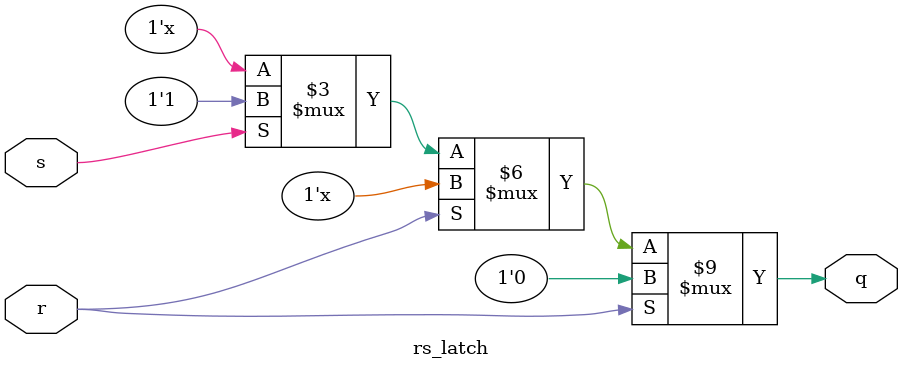
<source format=v>
`timescale 1ns /1ns


// Implementation options for R1/R2/R4
//
// The shared implementation saves ~34 macrocells

`define R124_FIFO_IMPL r124_fifo_onebyte_shared
// `define R124_FIFO_IMPL r124_fifo_onebyte_exclusive

// Implementation options for R3
//
// The one-byte implementation saves ~30 macrocells

`define R3_FIFO_IMPL r3_fifo_onebyte
// `define R3_FIFO_IMPL r3_fifo_twobyte

// Uncomment for a more efficient implementation of the R124 Flags
// when targeting XC9500XL CPLD (saves 6 microcells). This works less
// well with the Altera EPM7128S in Quartus!
//
//                         Area          Speed        Area          Speed
// R124         R3         Constrained   Constrained  UnConstrained UnConstrained
// shared       one-byte   78    +6      80    +6     75      +3    77    +3
// shared       two-byte   123   +22     102   -2     100      0    107   +3
// exclusive    one-byte   109   +3      112   +6     109     +3    109   +3
// exclusive    two-byte   144+  -1      142*  +4     127*    -4    128*   0
//

`define XC9572XL

module tube
  (
   input [2:0] h_addr,
   input       h_cs_b,
   inout [7:0] h_data,
   input       h_phi2,
   input       h_rdnw,
   input       h_rst_b,
   output      h_irq_b,
`ifndef XC9572XL
   output      drq,
   input       dack_b,
`endif
   input [2:0] p_addr,
   input       p_cs_b,
   inout [7:0] p_data,
   input       p_rd_b,
   input       p_wr_b,
   output      p_rst_b,
   output      p_nmi_b,
   output      p_irq_b
   );

   // Power up state
   reg [6:0]   control = 7'b1111111;

   wire        t_flag = control[6]; // Tube reset: a '1' holds the PH/HP FIFOs in their reset state
   wire        p_flag = control[5]; // Parasite reset a '1->0' transision p_rst_b to be asserted for 80us
   wire        v_flag = control[4]; // Two byte mode: a '1' causes PH3/HP3 to operate in two-byte mode
   wire        m_flag = control[3]; // PNMI from HP3 non-empty / PH3 empty
   wire        j_flag = control[2]; // PIEQ from HP4 non-empty
   wire        i_flag = control[1]; // PIRQ from HP1 non-empty
   wire        q_flag = control[0]; // HIRQ from PH4 non-empty

   wire [7:0]  ph1_data;
   wire [7:0]  ph2_data;
   wire [7:0]  ph3_data;
   wire [7:0]  ph4_data;
   wire [7:0]  hp1_data;
   wire [7:0]  hp2_data;
   wire [7:0]  hp3_data;
   wire [7:0]  hp4_data;

   wire        ph1_dav;
   wire        ph1_sav;
   wire        hp1_dav;
   wire        hp1_sav;
   wire        ph2_dav;
   wire        ph2_sav;
   wire        hp2_dav;
   wire        hp2_sav;
   wire        ph3_dav;
   wire        ph3_sav;
   wire        hp3_dav;
   wire        hp3_sav;
   wire        ph4_dav;
   wire        ph4_sav;
   wire        hp4_dav;
   wire        hp4_sav;

   reg [7:0]   h_data_out;
   reg [7:0]   p_data_out;

   wire        nmi_flag;

   // Detect parasite powered down
   wire        p_powered_off = !p_rd_b && !p_wr_b;

   // Reset
   wire        tube_reset = !h_rst_b | t_flag;

   // Control register
   always @(negedge h_phi2 or negedge h_rst_b)
     if (!h_rst_b)
       control <= 7'b0000001;
     else if (!h_rdnw && !h_cs_b && h_addr == 3'b000) begin
        if (h_data[7])
          control <= control | h_data[6:0];
        else
          control <= control & ~h_data[6:0];
     end


   // R1/R2/R4 FIFOs
   `R124_FIFO_IMPL hp1_hp2_hp4
     (
      .reset(tube_reset),
      .wclk(h_phi2),
      .wclken(!h_cs_b & !h_rdnw),
      .waddr(h_addr),
      .wdata(h_data),
      .rclk(!p_rd_b),
      .rclken(!p_cs_b),
      .raddr(p_addr),
      .dav1(hp1_dav),
      .sav1(hp1_sav),
      .data1(hp1_data),
      .dav2(hp2_dav),
      .sav2(hp2_sav),
      .data2(hp2_data),
      .dav4(hp4_dav),
      .sav4(hp4_sav),
      .data4(hp4_data)
      );
   `R124_FIFO_IMPL ph1_ph2_ph4
     (
      .reset(tube_reset),
      .wclk(!p_wr_b),
      .wclken(!p_cs_b),
      .waddr(p_addr),
      .wdata(p_data),
      .rclk(h_phi2),
      .rclken(!h_cs_b & h_rdnw),
      .raddr(h_addr),
      .dav1(ph1_dav),
      .sav1(ph1_sav),
      .data1(ph1_data),
      .dav2(ph2_dav),
      .sav2(ph2_sav),
      .data2(ph2_data),
      .dav4(ph4_dav),
      .sav4(ph4_sav),
      .data4(ph4_data)
      );


   // R3 FIFOs
   `R3_FIFO_IMPL
     #(
       .init_state(0),
       .empty_value(8'he4)
       )
   hp3
     (
      .wclk(h_phi2),
      .wclken(!h_cs_b & !h_rdnw & h_addr == 3'b101),
      .wdata(h_data),
      .rclk(!p_rd_b),
      .rclken(!p_cs_b & p_addr == 3'b101),
      .reset(tube_reset),
      .rdata(hp3_data),
      .v_flag(v_flag),
      .dav(hp3_dav),
      .sav(hp3_sav)
      );

   `R3_FIFO_IMPL
     #(
      .init_state(1),
      .empty_value(8'h96)
      )
   ph3
     (
      .wclk(!p_wr_b),
      .wclken(!p_cs_b & p_addr == 3'b101),
      .wdata(p_data),
      .rclk(h_phi2),
      .rclken(!h_cs_b & h_rdnw & h_addr == 3'b101),
      .reset(tube_reset),
      .rdata(ph3_data),
      .v_flag(v_flag),
      .dav(ph3_dav),
      .sav(ph3_sav)
      );

   // h_data multiplexor
   always @(*)
     if (p_powered_off)
       h_data_out = 8'hFE;
     else case (h_addr)
       3'b000: h_data_out = {ph1_dav, hp1_sav, control[5:0]};
       3'b001: h_data_out = ph1_data;
       3'b010: h_data_out = {ph2_dav, hp2_sav, 6'b111111};
       3'b011: h_data_out = ph2_data;
       3'b100: h_data_out = {ph3_dav, hp3_sav, 6'b111111};
       3'b101: h_data_out = ph3_data;
       3'b110: h_data_out = {ph4_dav, hp4_sav, 6'b111111};
       3'b111: h_data_out = ph4_data;
     endcase

   // h_data tristate buffer
   assign h_data = (h_phi2 && !h_cs_b && h_rdnw) ? h_data_out : 8'bZZZZZZZZ;

   // p_data multiplexor
   always @(*)
     case (p_addr)
       3'b000: p_data_out = {hp1_dav,  ph1_sav, control[5:0]};
       3'b001: p_data_out = hp1_data;
       3'b010: p_data_out = {hp2_dav,  ph2_sav, 6'b111111};
       3'b011: p_data_out = hp2_data;
       3'b100: p_data_out = {nmi_flag, ph3_sav, 6'b111111};
       3'b101: p_data_out = hp3_data;
       3'b110: p_data_out = {hp4_dav,  ph4_sav, 6'b111111};
       3'b111: p_data_out = hp4_data;
     endcase

   // p_data tristate buffer
   assign p_data = (!p_cs_b && !p_rd_b && p_wr_b) ? p_data_out : 8'bZZZZZZZZ;

   // interrupt logic
   assign nmi_flag = hp3_dav | ph3_sav;
   assign p_nmi_b = !(m_flag & nmi_flag | p_powered_off);
   assign p_irq_b = !((j_flag & hp4_dav) | (i_flag & hp1_dav) | p_powered_off);

`ifndef XC9572XL
   assign h_irq_b = (q_flag & ph4_dav) ? 1'b0 : 1'bZ;
`endif

   // reset logic
   assign p_rst_b = (!h_rst_b | p_flag | p_powered_off) ? 1'b0 : 1'b1;

`ifndef XC9572XL
   // DMA not implemented
   assign drq = 1'b0;
`endif

endmodule

// A minimal implementation of the R1/R2/R4 fifos (in one direction)
// that shared a single 8-bit data register between the three FIFOs
// while still maintaining seperate flags. Credit for this idea goes
// to John Kortink, who used it in the original ReTuLa project.

module r124_fifo_onebyte_shared
  (
   input            reset,
   input            wclk,
   input            wclken,
   input [2:0]      waddr,
   input [7:0]      wdata,
   input            rclk,
   input            rclken,
   input [2:0]      raddr,
   output           dav1,
   output           sav1,
   output     [7:0] data1,
   output           dav2,
   output           sav2,
   output     [7:0] data2,
   output           dav4,
   output           sav4,
   output     [7:0] data4
   );

   reg [7:0]        data;

   always @(negedge wclk)
     if (wclken)
       case (waddr)
         3'b001: data <= wdata;
         3'b011: data <= wdata;
         3'b111: data <= wdata;
       endcase

`ifdef XC9572XL
   wire s1 = (wclk & wclken & waddr == 3'b001);
   wire r1 = (       rclken & raddr == 3'b001);
   wire s2 = (wclk & wclken & waddr == 3'b011);
   wire r2 = (       rclken & raddr == 3'b011);
   wire s4 = (wclk & wclken & waddr == 3'b111);
   wire r4 = (       rclken & raddr == 3'b111);

   as_ar_dff state_inst_1 (.clk(rclk), .s(s1), .r(reset), .clken(r1), .d(1'b0), .q(dav1));
   as_ar_dff state_inst_2 (.clk(rclk), .s(s2), .r(reset), .clken(r2), .d(1'b0), .q(dav2));
   as_ar_dff state_inst_3 (.clk(rclk), .s(s4), .r(reset), .clken(r4), .d(1'b0), .q(dav4));
`else
   wire s1 = (       wclken & waddr == 3'b001);
   wire r1 = (rclk & rclken & raddr == 3'b001) | reset;
   wire s2 = (       wclken & waddr == 3'b011);
   wire r2 = (rclk & rclken & raddr == 3'b011) | reset;
   wire s4 = (       wclken & waddr == 3'b111);
   wire r4 = (rclk & rclken & raddr == 3'b111) | reset;

   ar_dff state_inst_1 (.clk(wclk), .r(r1), .clken(s1), .d(1'b1), .q(dav1));
   ar_dff state_inst_2 (.clk(wclk), .r(r2), .clken(s2), .d(1'b1), .q(dav2));
   ar_dff state_inst_3 (.clk(wclk), .r(r4), .clken(s4), .d(1'b1), .q(dav4));
`endif
   assign data1 = data;
   assign data2 = data;
   assign data4 = data;

   assign sav1 = !dav1 & !dav2 & !dav4;
   assign sav2 = !dav1 & !dav2 & !dav4;
   assign sav4 = !dav1 & !dav2 & !dav4;

endmodule

// A implementation of the R1/R2/R4 fifos (in one direction) that uses
// a seperate 8-bit data register for each of the the three FIFOs.

module r124_fifo_onebyte_exclusive
  (
   input            reset,
   input            wclk,
   input            wclken,
   input [2:0]      waddr,
   input [7:0]      wdata,
   input            rclk,
   input            rclken,
   input [2:0]      raddr,
   output           dav1,
   output           sav1,
   output reg [7:0] data1,
   output           dav2,
   output           sav2,
   output reg [7:0] data2,
   output           dav4,
   output           sav4,
   output reg [7:0] data4
   );

   always @(negedge wclk)
     if (wclken)
       case (waddr)
         3'b001: data1 <= wdata;
         3'b011: data2 <= wdata;
         3'b111: data4 <= wdata;
       endcase

`ifdef XC9572XL
   wire s1 = (wclk & wclken & waddr == 3'b001);
   wire r1 = (       rclken & raddr == 3'b001);
   wire s2 = (wclk & wclken & waddr == 3'b011);
   wire r2 = (       rclken & raddr == 3'b011);
   wire s4 = (wclk & wclken & waddr == 3'b111);
   wire r4 = (       rclken & raddr == 3'b111);

   as_ar_dff state_inst_1 (.clk(rclk), .s(s1), .r(reset), .clken(r1), .d(1'b0), .q(dav1));
   as_ar_dff state_inst_2 (.clk(rclk), .s(s2), .r(reset), .clken(r2), .d(1'b0), .q(dav2));
   as_ar_dff state_inst_3 (.clk(rclk), .s(s4), .r(reset), .clken(r4), .d(1'b0), .q(dav4));
`else
   wire s1 = (       wclken & waddr == 3'b001);
   wire r1 = (rclk & rclken & raddr == 3'b001) | reset;
   wire s2 = (       wclken & waddr == 3'b011);
   wire r2 = (rclk & rclken & raddr == 3'b011) | reset;
   wire s4 = (       wclken & waddr == 3'b111);
   wire r4 = (rclk & rclken & raddr == 3'b111) | reset;

   ar_dff state_inst_1 (.clk(wclk), .r(r1), .clken(s1), .d(1'b1), .q(dav1));
   ar_dff state_inst_2 (.clk(wclk), .r(r2), .clken(s2), .d(1'b1), .q(dav2));
   ar_dff state_inst_3 (.clk(wclk), .r(r4), .clken(s4), .d(1'b1), .q(dav4));
`endif
   assign sav1 = !dav1;
   assign sav2 = !dav2;
   assign sav4 = !dav4;

endmodule

// A one-byte deep implementation of the R3 FIFO

module r3_fifo_onebyte
  (
   input            wclk,
   input            wclken,
   input [7:0]      wdata,
   input            rclk,
   input            rclken,
   input            reset,
   output reg [7:0] rdata,
   input            v_flag,
   output           dav,
   output           sav
   );

   parameter    init_state = 0;
   parameter    empty_value = 0; // Ignored

   wire         r3_state;
   wire         r3_set   = (       wclken) | (reset & init_state);
   wire         r3_reset = (rclk & rclken) | (reset & !init_state);

   ar_dff state (.clk(wclk), .r(r3_reset), .clken(r3_set), .d(1'b1), .q(r3_state));

   always @(negedge wclk)
     if (wclken)
       rdata <= wdata;

   assign dav = r3_state;
   assign sav = !r3_state;

endmodule

// A two-byte deep implementation of the R3 FIFO

module r3_fifo_twobyte
  (
   input        wclk,
   input        wclken,
   input [7:0]  wdata,
   input        rclk,
   input        rclken,
   input        reset,
   output [7:0] rdata,
   input        v_flag,
   output       dav,
   output       sav
   );

   parameter    init_state = 0;
   parameter    empty_value = 0;

   reg          rptr;
   reg          wptr;
   reg          full;
   reg          empty;
   reg [7:0]    data[0:1];


   // On reset, wptr = initial state
   always @(negedge wclk or posedge reset)
     if (reset)
       wptr <= init_state; // async set or async clear
     else if (wclken & !full) begin
        data[wptr] <= wdata;
        wptr <= !wptr;
     end

   // On reset, rptr = 0
   always @(negedge rclk or posedge reset)
     if (reset)
       rptr <= 1'b0; // async clear
     else if (rclken & !empty) begin
        rptr <= !rptr;
     end

   // On reset, full = 0
   wire clrfull = reset | (rclk & rclken);
   always @(negedge wclk or posedge clrfull)
     if (clrfull)
       full <= 1'b0; // async clear
     else if (wclken & !full)
       full <= rptr != wptr;

   // On reset, empty = !initial_state, which is done with an async set
   wire clrempty = (reset & (init_state == 1)) | (wclk & wclken);
   wire setempty = (reset & (init_state == 0));
   always @(negedge rclk or posedge setempty or posedge clrempty)
     if (setempty)
       empty <= 1'b1; // async set
     else if (clrempty)
       empty <= 1'b0; // async clear
     else if (rclken & !empty)
       empty <= rptr != wptr;

   assign rdata = empty ? empty_value : data[rptr];

   // TODO: this is not quite right, because in 2-byte mode the flags
   // should exhibit hysteresis, but they don't here.
   //
   //      2-byte  1-byte
   //      dav sav dav sav
   // 00 0  0   1   0   1 (empty)
   // 01 1  0   1   1   0
   // 11 2  1   0   1   0 (full)
   // 10 1  1   0   1   0
   // 00 0  0   1   0   1 (empty)

   assign dav = v_flag ? full : !empty;
   assign sav = empty;

endmodule

// A DFF with an asynchronous reset, used as a flag primitive

module ar_dff
  (
   input clk,
   input clken,
   input d,
   input r,
   output reg q
   );
  always @(negedge clk or posedge r)
    if (r)
      q = 0;
    else if (clken)
      q = d;
endmodule

// A DFF with an asynchronous set, used as a flag primitive

module as_ar_dff
  (
   input clk,
   input clken,
   input d,
   input r,
   input s,
   output reg q
   );
  always @(negedge clk or posedge r or posedge s)
    if (r)
      q = 0;
   else if (s)
      q = 1;
    else if (clken)
      q = d;
endmodule

// An RS Latch, not currently used

module rs_latch
  (
   input r,
   input s,
   output reg q
   );
   always @(r or s)
      if (r)
        q = 0;
      else if (s)
        q = 1;
endmodule

</source>
